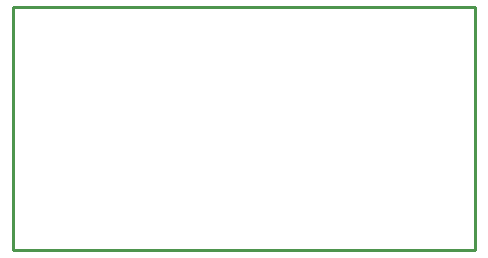
<source format=gko>
G04 Layer: BoardOutline*
G04 EasyEDA v5.9.34, Sun, 20 Jan 2019 06:30:26 GMT*
G04 4d0cf0336fcf4326954002bdc8c8e70b*
G04 Gerber Generator version 0.2*
G04 Scale: 100 percent, Rotated: No, Reflected: No *
G04 Dimensions in millimeters *
G04 leading zeros omitted , absolute positions ,3 integer and 3 decimal *
%FSLAX33Y33*%
%MOMM*%
G90*
G71D02*

%ADD10C,0.254000*%
G54D10*
G01X1016Y20574D02*
G01X39116Y20574D01*
G01X39116Y0D01*
G01X21590Y0D01*
G01X0Y0D01*
G01X0Y20574D01*
G01X1016Y20574D01*

%LPD*%
M00*
M02*

</source>
